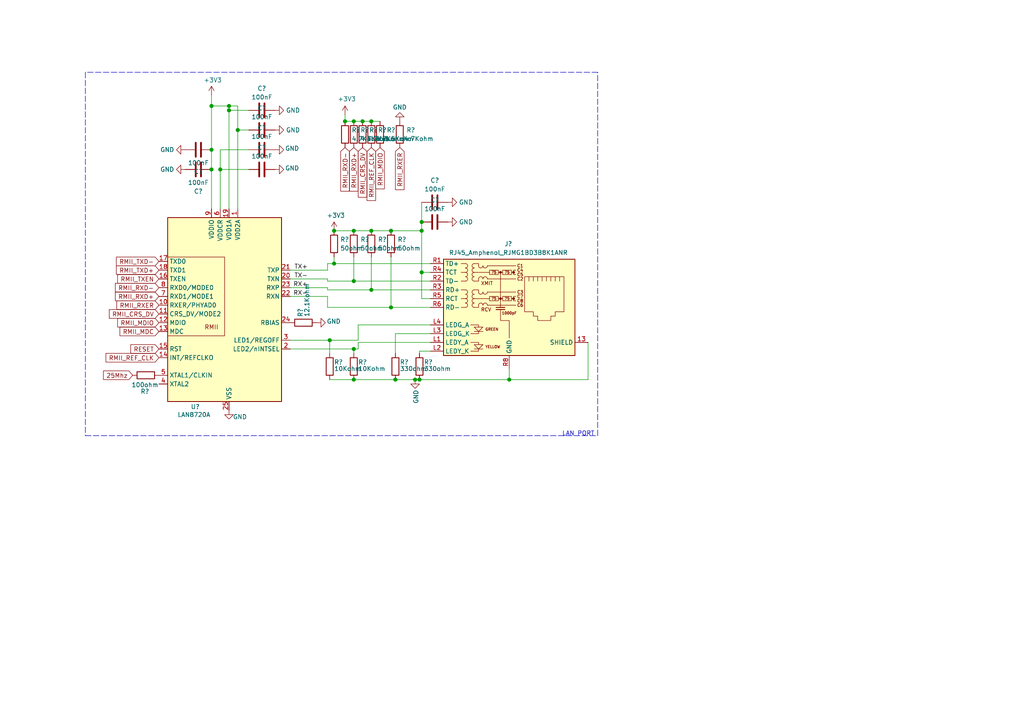
<source format=kicad_sch>
(kicad_sch (version 20210126) (generator eeschema)
  (paper "A4")
  (lib_symbols
    (symbol "Connector:RJ45_Amphenol_RJMG1BD3B8K1ANR"
      (property "Reference" "J" (at 19.05 15.24 0))
      (property "Value" "RJ45_Amphenol_RJMG1BD3B8K1ANR" (at -19.05 15.24 0))
      (symbol "RJ45_Amphenol_RJMG1BD3B8K1ANR_0_0"
        (circle (center -2.54 2.54) (radius 0.254) (stroke (width 0.254)) (fill (type outline)))
        (circle (center -2.54 10.16) (radius 0.254) (stroke (width 0.254)) (fill (type outline)))
        (circle (center 1.27 2.54) (radius 0.254) (stroke (width 0.254)) (fill (type outline)))
        (circle (center 1.27 10.16) (radius 0.254) (stroke (width 0.254)) (fill (type outline)))
        (text "1000pF" (at 0 -1.651 0) (effects (font (size 0.762 0.762))))
        (text "75" (at -4.445 2.54 0) (effects (font (size 0.762 0.762))))
        (text "75" (at -4.445 10.16 0) (effects (font (size 0.762 0.762))))
        (text "75" (at -0.635 2.54 0) (effects (font (size 0.762 0.762))))
        (text "75" (at -0.635 10.16 0) (effects (font (size 0.762 0.762))))
        (text "C1" (at 3.175 12.065 0) (effects (font (size 0.889 0.889))))
        (text "C2" (at 3.175 8.255 0) (effects (font (size 0.889 0.889))))
        (text "C3" (at 3.175 4.445 0) (effects (font (size 0.889 0.889))))
        (text "C4" (at 3.175 10.795 0) (effects (font (size 0.889 0.889))))
        (text "C5" (at 3.175 9.525 0) (effects (font (size 0.889 0.889))))
        (text "C6" (at 3.175 0.635 0) (effects (font (size 0.889 0.889))))
        (text "C7" (at 3.175 3.175 0) (effects (font (size 0.889 0.889))))
        (text "C8" (at 3.175 1.905 0) (effects (font (size 0.889 0.889))))
        (text "GREEN" (at -6.985 -6.35 0) (effects (font (size 0.762 0.762)) (justify left)))
        (text "RCV" (at -8.255 -0.635 0) (effects (font (size 1.016 1.016)) (justify left)))
        (text "XMIT" (at -8.255 6.985 0) (effects (font (size 1.016 1.016)) (justify left)))
        (text "YELLOW" (at -6.985 -11.43 0) (effects (font (size 0.762 0.762)) (justify left)))
        (polyline (pts (xy -7.62 -12.065) (xy -10.16 -12.065)))
        (polyline (pts (xy -7.62 -6.985) (xy -10.16 -6.985)))
        (polyline (pts (xy -2.54 10.16) (xy -2.54 0)))
        (polyline (pts (xy -1.27 -0.635) (xy -3.81 -0.635)) (stroke (width 0.254)))
        (polyline (pts (xy -1.27 0) (xy -3.81 0)) (stroke (width 0.254)))
        (polyline (pts (xy 1.27 2.54) (xy 0.635 2.54)))
        (polyline (pts (xy 1.27 10.16) (xy 0.635 10.16)))
        (polyline (pts (xy -11.176 -12.7) (xy -8.89 -12.7) (xy -8.89 -12.065)))
        (polyline (pts (xy -11.176 -10.16) (xy -8.89 -10.16) (xy -8.89 -10.795)))
        (polyline (pts (xy -11.176 -5.08) (xy -8.89 -5.08) (xy -8.89 -5.715)))
        (polyline (pts (xy -8.89 -6.985) (xy -8.89 -7.62) (xy -11.176 -7.62)))
        (polyline (pts (xy -10.16 -5.715) (xy -7.62 -5.715) (xy -8.89 -6.985) (xy -10.16 -5.715)))
        (polyline (pts (xy -7.62 -10.795) (xy -10.16 -10.795) (xy -8.89 -12.065) (xy -7.62 -10.795)))
        (polyline (pts (xy -2.54 -0.635) (xy -2.54 -3.81) (xy 0 -3.81) (xy 0 -8.89)))
        (polyline (pts (xy 1.905 3.175) (xy 1.27 3.175) (xy 1.27 1.905) (xy 1.905 1.905)))
        (polyline (pts (xy 1.905 10.795) (xy 1.27 10.795) (xy 1.27 9.525) (xy 1.905 9.525)))
      )
      (symbol "RJ45_Amphenol_RJMG1BD3B8K1ANR_0_1"
        (arc (start -12.7 0) (end -12.7 1.27) (radius (at -12.7 0.635) (length 0.635) (angles -89.9 89.9)))
        (arc (start -12.7 1.27) (end -12.7 2.54) (radius (at -12.7 1.905) (length 0.635) (angles -89.9 89.9)))
        (arc (start -12.7 2.54) (end -12.7 3.81) (radius (at -12.7 3.175) (length 0.635) (angles -89.9 89.9)))
        (arc (start -12.7 3.81) (end -12.7 5.08) (radius (at -12.7 4.445) (length 0.635) (angles -89.9 89.9)))
        (arc (start -12.7 7.62) (end -12.7 8.89) (radius (at -12.7 8.255) (length 0.635) (angles -89.9 89.9)))
        (arc (start -12.7 8.89) (end -12.7 10.16) (radius (at -12.7 9.525) (length 0.635) (angles -89.9 89.9)))
        (arc (start -12.7 10.16) (end -12.7 11.43) (radius (at -12.7 10.795) (length 0.635) (angles -89.9 89.9)))
        (arc (start -12.7 11.43) (end -12.7 12.7) (radius (at -12.7 12.065) (length 0.635) (angles -89.9 89.9)))
        (arc (start -10.16 1.27) (end -10.16 0) (radius (at -10.16 0.635) (length 0.635) (angles 90.1 -90.1)))
        (arc (start -10.16 2.54) (end -10.16 1.27) (radius (at -10.16 1.905) (length 0.635) (angles 90.1 -90.1)))
        (arc (start -10.16 3.81) (end -10.16 2.54) (radius (at -10.16 3.175) (length 0.635) (angles 90.1 -90.1)))
        (arc (start -10.16 5.08) (end -10.16 3.81) (radius (at -10.16 4.445) (length 0.635) (angles 90.1 -90.1)))
        (arc (start -10.16 8.89) (end -10.16 7.62) (radius (at -10.16 8.255) (length 0.635) (angles 90.1 -90.1)))
        (arc (start -10.16 10.16) (end -10.16 8.89) (radius (at -10.16 9.525) (length 0.635) (angles 90.1 -90.1)))
        (arc (start -10.16 11.43) (end -10.16 10.16) (radius (at -10.16 10.795) (length 0.635) (angles 90.1 -90.1)))
        (arc (start -10.16 12.7) (end -10.16 11.43) (radius (at -10.16 12.065) (length 0.635) (angles 90.1 -90.1)))
        (arc (start -7.62 0.635) (end -8.89 0.635) (radius (at -8.255 0.635) (length 0.635) (angles 0.1 179.9)))
        (arc (start -8.89 4.445) (end -7.62 4.445) (radius (at -8.255 4.445) (length 0.635) (angles -179.9 -0.1)))
        (arc (start -7.62 8.255) (end -8.89 8.255) (radius (at -8.255 8.255) (length 0.635) (angles 0.1 179.9)))
        (arc (start -8.89 12.065) (end -7.62 12.065) (radius (at -8.255 12.065) (length 0.635) (angles -179.9 -0.1)))
        (arc (start -6.35 0.635) (end -7.62 0.635) (radius (at -6.985 0.635) (length 0.635) (angles 0.1 179.9)))
        (arc (start -7.62 4.445) (end -6.35 4.445) (radius (at -6.985 4.445) (length 0.635) (angles -179.9 -0.1)))
        (arc (start -6.35 8.255) (end -7.62 8.255) (radius (at -6.985 8.255) (length 0.635) (angles 0.1 179.9)))
        (arc (start -7.62 12.065) (end -6.35 12.065) (radius (at -6.985 12.065) (length 0.635) (angles -179.9 -0.1)))
        (rectangle (start -19.05 -13.97) (end 19.05 13.97) (stroke (width 0.254)) (fill (type background)))
        (rectangle (start -5.715 3.175) (end -3.175 1.905))
        (rectangle (start -5.715 10.795) (end -3.175 9.525))
        (rectangle (start -1.905 3.175) (end 0.635 1.905))
        (rectangle (start -1.905 10.795) (end 0.635 9.525))
        (polyline (pts (xy -12.7 0) (xy -13.97 0)))
        (polyline (pts (xy -12.7 2.54) (xy -13.97 2.54)))
        (polyline (pts (xy -12.7 5.08) (xy -13.97 5.08)))
        (polyline (pts (xy -12.7 7.62) (xy -13.97 7.62)))
        (polyline (pts (xy -12.7 10.16) (xy -13.97 10.16)))
        (polyline (pts (xy -12.7 12.7) (xy -13.97 12.7)))
        (polyline (pts (xy -6.35 0.635) (xy 1.905 0.635)))
        (polyline (pts (xy -6.35 4.445) (xy 1.905 4.445)))
        (polyline (pts (xy -6.35 8.255) (xy 1.905 8.255)))
        (polyline (pts (xy -6.35 12.065) (xy 1.905 12.065)))
        (polyline (pts (xy -5.715 2.54) (xy -10.16 2.54)))
        (polyline (pts (xy -5.715 10.16) (xy -10.16 10.16)))
        (polyline (pts (xy -3.175 2.54) (xy -1.905 2.54)))
        (polyline (pts (xy -3.175 10.16) (xy -1.905 10.16)))
        (polyline (pts (xy 5.715 7.62) (xy 5.715 8.89)))
        (polyline (pts (xy 6.985 8.89) (xy 6.985 7.62)))
        (polyline (pts (xy 8.255 8.89) (xy 8.255 7.62)))
        (polyline (pts (xy 9.525 8.89) (xy 9.525 7.62)))
        (polyline (pts (xy 10.795 8.89) (xy 10.795 7.62)))
        (polyline (pts (xy 12.065 8.89) (xy 12.065 7.62)))
        (polyline (pts (xy 13.335 7.62) (xy 13.335 8.89)))
        (polyline (pts (xy 14.605 7.62) (xy 14.605 8.89)))
        (polyline (pts (xy -10.16 5.08) (xy -8.89 5.08) (xy -8.89 4.445)))
        (polyline (pts (xy -10.16 12.7) (xy -8.89 12.7) (xy -8.89 12.065)))
        (polyline (pts (xy -8.89 0.635) (xy -8.89 0) (xy -10.16 0)))
        (polyline (pts (xy -8.89 8.255) (xy -8.89 7.62) (xy -10.16 7.62)))
        (polyline (pts (xy 4.445 8.89) (xy 15.875 8.89) (xy 15.875 -1.27) (xy 13.335 -1.27) (xy 13.335 -2.54) (xy 12.065 -2.54) (xy 12.065 -3.81) (xy 8.255 -3.81) (xy 8.255 -2.54) (xy 6.985 -2.54) (xy 6.985 -1.27) (xy 4.445 -1.27) (xy 4.445 8.89)))
      )
      (symbol "RJ45_Amphenol_RJMG1BD3B8K1ANR_1_1"
        (pin passive line (at 22.86 -10.16 180) (length 3.81) (name "SHIELD") (number "13"))
        (pin passive line (at -22.86 -10.16 0) (length 3.81) (name "LEDY_A") (number "L1"))
        (pin passive line (at -22.86 -12.7 0) (length 3.81) (name "LEDY_K") (number "L2"))
        (pin passive line (at -22.86 -7.62 0) (length 3.81) (name "LEDG_K") (number "L3"))
        (pin passive line (at -22.86 -5.08 0) (length 3.81) (name "LEDG_A") (number "L4"))
        (pin passive line (at -22.86 12.7 0) (length 3.81) (name "TD+") (number "R1"))
        (pin passive line (at -22.86 7.62 0) (length 3.81) (name "TD-") (number "R2"))
        (pin passive line (at -22.86 5.08 0) (length 3.81) (name "RD+") (number "R3"))
        (pin passive line (at -22.86 10.16 0) (length 3.81) (name "TCT") (number "R4"))
        (pin passive line (at -22.86 2.54 0) (length 3.81) (name "RCT") (number "R5"))
        (pin passive line (at -22.86 0 0) (length 3.81) (name "RD-") (number "R6"))
        (pin no_connect line (at 5.08 -5.08 0) (length 0) hide (name "NC") (number "R7"))
        (pin power_in line (at 0 -17.78 90) (length 3.81) (name "GND") (number "R8"))
      )
    )
    (symbol "Device:C" (pin_numbers hide) (pin_names (offset 0.254))
      (property "Reference" "C" (at 0.635 2.54 0))
      (property "Value" "C" (at 0.635 -2.54 0))
      (symbol "C_0_1"
        (polyline (pts (xy -2.032 -0.762) (xy 2.032 -0.762)) (stroke (width 0.508)))
        (polyline (pts (xy -2.032 0.762) (xy 2.032 0.762)) (stroke (width 0.508)))
      )
      (symbol "C_1_1"
        (pin passive line (at 0 3.81 270) (length 2.794) (name "~") (number "1"))
        (pin passive line (at 0 -3.81 90) (length 2.794) (name "~") (number "2"))
      )
    )
    (symbol "Device:R" (pin_numbers hide) (pin_names (offset 0))
      (property "Reference" "R" (at 2.032 0 90))
      (property "Value" "R" (at 0 0 90))
      (symbol "R_0_1"
        (rectangle (start -1.016 -2.54) (end 1.016 2.54) (stroke (width 0.254)))
      )
      (symbol "R_1_1"
        (pin passive line (at 0 3.81 270) (length 1.27) (name "~") (number "1"))
        (pin passive line (at 0 -3.81 90) (length 1.27) (name "~") (number "2"))
      )
    )
    (symbol "Interface_Ethernet:LAN8720A"
      (property "Reference" "U" (at -13.97 29.21 0))
      (property "Value" "LAN8720A" (at 15.24 29.21 0))
      (symbol "LAN8720A_0_0"
        (text "RMII" (at -5.08 -3.81 0) (effects (font (size 1.27 1.27))))
      )
      (symbol "LAN8720A_0_1"
        (rectangle (start -17.78 27.94) (end 15.24 -25.4) (stroke (width 0.254)) (fill (type background)))
        (polyline (pts (xy -17.78 -6.35) (xy -1.27 -6.35) (xy -1.27 16.51) (xy -17.78 16.51)))
      )
      (symbol "LAN8720A_1_1"
        (pin power_in line (at 2.54 30.48 270) (length 2.54) (name "VDD2A") (number "1"))
        (pin output line (at -20.32 2.54 0) (length 2.54) (name "RXER/PHYAD0") (number "10"))
        (pin output line (at -20.32 0 0) (length 2.54) (name "CRS_DV/MODE2") (number "11"))
        (pin bidirectional line (at -20.32 -2.54 0) (length 2.54) (name "MDIO") (number "12"))
        (pin input line (at -20.32 -5.08 0) (length 2.54) (name "MDC") (number "13"))
        (pin output line (at -20.32 -12.7 0) (length 2.54) (name "INT/REFCLKO") (number "14"))
        (pin input line (at -20.32 -10.16 0) (length 2.54) (name "RST") (number "15"))
        (pin input line (at -20.32 10.16 0) (length 2.54) (name "TXEN") (number "16"))
        (pin input line (at -20.32 15.24 0) (length 2.54) (name "TXD0") (number "17"))
        (pin input line (at -20.32 12.7 0) (length 2.54) (name "TXD1") (number "18"))
        (pin power_in line (at 0 30.48 270) (length 2.54) (name "VDD1A") (number "19"))
        (pin bidirectional line (at 17.78 -10.16 180) (length 2.54) (name "LED2/nINTSEL") (number "2"))
        (pin output line (at 17.78 10.16 180) (length 2.54) (name "TXN") (number "20"))
        (pin output line (at 17.78 12.7 180) (length 2.54) (name "TXP") (number "21"))
        (pin output line (at 17.78 5.08 180) (length 2.54) (name "RXN") (number "22"))
        (pin output line (at 17.78 7.62 180) (length 2.54) (name "RXP") (number "23"))
        (pin input line (at 17.78 -2.54 180) (length 2.54) (name "RBIAS") (number "24"))
        (pin power_in line (at 0 -27.94 90) (length 2.54) (name "VSS") (number "25"))
        (pin bidirectional line (at 17.78 -7.62 180) (length 2.54) (name "LED1/REGOFF") (number "3"))
        (pin passive line (at -20.32 -20.32 0) (length 2.54) (name "XTAL2") (number "4"))
        (pin passive line (at -20.32 -17.78 0) (length 2.54) (name "XTAL1/CLKIN") (number "5"))
        (pin power_in line (at -2.54 30.48 270) (length 2.54) (name "VDDCR") (number "6"))
        (pin output line (at -20.32 5.08 0) (length 2.54) (name "RXD1/MODE1") (number "7"))
        (pin output line (at -20.32 7.62 0) (length 2.54) (name "RXD0/MODE0") (number "8"))
        (pin power_in line (at -5.08 30.48 270) (length 2.54) (name "VDDIO") (number "9"))
      )
    )
    (symbol "power:+3V3" (power) (pin_names (offset 0))
      (property "Value" "+3V3" (at 0 3.556 0))
      (symbol "+3V3_0_1"
        (polyline (pts (xy -0.762 1.27) (xy 0 2.54)))
        (polyline (pts (xy 0 0) (xy 0 2.54)))
        (polyline (pts (xy 0 2.54) (xy 0.762 1.27)))
      )
      (symbol "+3V3_1_1"
        (pin power_in line (at 0 0 90) (length 0) hide (name "+3V3") (number "1"))
      )
    )
    (symbol "power:GND" (power) (pin_names (offset 0))
      (property "Value" "GND" (at 0 -3.81 0))
      (symbol "GND_0_1"
        (polyline (pts (xy 0 0) (xy 0 -1.27) (xy 1.27 -1.27) (xy 0 -2.54) (xy -1.27 -1.27) (xy 0 -1.27)))
      )
      (symbol "GND_1_1"
        (pin power_in line (at 0 0 270) (length 0) hide (name "GND") (number "1"))
      )
    )
  )
  (junction (at 61.341 30.734) (diameter 1.016))
  (junction (at 61.341 43.434) (diameter 1.016))
  (junction (at 61.341 49.149) (diameter 1.016))
  (junction (at 63.881 49.149) (diameter 1.016))
  (junction (at 66.421 30.734) (diameter 1.016))
  (junction (at 66.421 32.004) (diameter 1.016))
  (junction (at 68.961 37.719) (diameter 1.016))
  (junction (at 95.631 98.679) (diameter 1.016))
  (junction (at 96.901 66.929) (diameter 1.016))
  (junction (at 96.901 76.454) (diameter 1.016))
  (junction (at 100.076 35.179) (diameter 1.016))
  (junction (at 102.616 35.179) (diameter 1.016))
  (junction (at 102.616 66.929) (diameter 1.016))
  (junction (at 102.616 81.534) (diameter 1.016))
  (junction (at 102.616 101.219) (diameter 1.016))
  (junction (at 102.616 110.109) (diameter 1.016))
  (junction (at 105.156 35.179) (diameter 1.016))
  (junction (at 107.696 35.179) (diameter 1.016))
  (junction (at 107.696 66.929) (diameter 1.016))
  (junction (at 107.696 84.074) (diameter 1.016))
  (junction (at 113.411 66.929) (diameter 1.016))
  (junction (at 113.411 89.154) (diameter 1.016))
  (junction (at 114.681 110.109) (diameter 1.016))
  (junction (at 120.396 110.109) (diameter 1.016))
  (junction (at 121.666 110.109) (diameter 1.016))
  (junction (at 122.301 64.389) (diameter 1.016))
  (junction (at 122.301 66.929) (diameter 1.016))
  (junction (at 122.301 78.994) (diameter 1.016))
  (junction (at 147.701 110.109) (diameter 1.016))
  (wire (pts (xy 61.341 27.559) (xy 61.341 30.734)))
  (wire (pts (xy 61.341 30.734) (xy 61.341 43.434)))
  (wire (pts (xy 61.341 43.434) (xy 61.341 49.149)))
  (wire (pts (xy 61.341 49.149) (xy 61.341 60.579)))
  (wire (pts (xy 63.881 43.434) (xy 72.136 43.434)))
  (wire (pts (xy 63.881 49.149) (xy 63.881 43.434)))
  (wire (pts (xy 63.881 49.149) (xy 72.136 49.149)))
  (wire (pts (xy 63.881 60.579) (xy 63.881 49.149)))
  (wire (pts (xy 66.421 30.734) (xy 61.341 30.734)))
  (wire (pts (xy 66.421 30.734) (xy 68.961 30.734)))
  (wire (pts (xy 66.421 32.004) (xy 66.421 30.734)))
  (wire (pts (xy 66.421 32.004) (xy 66.421 60.579)))
  (wire (pts (xy 66.421 32.004) (xy 72.136 32.004)))
  (wire (pts (xy 68.961 30.734) (xy 68.961 37.719)))
  (wire (pts (xy 68.961 37.719) (xy 68.961 60.579)))
  (wire (pts (xy 68.961 37.719) (xy 72.136 37.719)))
  (wire (pts (xy 84.201 78.359) (xy 94.996 78.359)))
  (wire (pts (xy 84.201 83.439) (xy 94.996 83.439)))
  (wire (pts (xy 84.201 98.679) (xy 95.631 98.679)))
  (wire (pts (xy 84.201 101.219) (xy 102.616 101.219)))
  (wire (pts (xy 94.996 76.454) (xy 96.901 76.454)))
  (wire (pts (xy 94.996 78.359) (xy 94.996 76.454)))
  (wire (pts (xy 94.996 80.899) (xy 84.201 80.899)))
  (wire (pts (xy 94.996 81.534) (xy 94.996 80.899)))
  (wire (pts (xy 94.996 83.439) (xy 94.996 84.074)))
  (wire (pts (xy 94.996 84.074) (xy 107.696 84.074)))
  (wire (pts (xy 94.996 85.979) (xy 84.201 85.979)))
  (wire (pts (xy 94.996 89.154) (xy 94.996 85.979)))
  (wire (pts (xy 95.631 98.679) (xy 95.631 102.489)))
  (wire (pts (xy 95.631 98.679) (xy 103.886 98.679)))
  (wire (pts (xy 95.631 110.109) (xy 102.616 110.109)))
  (wire (pts (xy 96.901 66.929) (xy 102.616 66.929)))
  (wire (pts (xy 96.901 74.549) (xy 96.901 76.454)))
  (wire (pts (xy 96.901 76.454) (xy 124.841 76.454)))
  (wire (pts (xy 100.076 35.179) (xy 100.076 33.274)))
  (wire (pts (xy 102.616 35.179) (xy 100.076 35.179)))
  (wire (pts (xy 102.616 66.929) (xy 107.696 66.929)))
  (wire (pts (xy 102.616 74.549) (xy 102.616 81.534)))
  (wire (pts (xy 102.616 81.534) (xy 94.996 81.534)))
  (wire (pts (xy 102.616 81.534) (xy 124.841 81.534)))
  (wire (pts (xy 102.616 101.219) (xy 102.616 102.489)))
  (wire (pts (xy 102.616 110.109) (xy 114.681 110.109)))
  (wire (pts (xy 103.886 94.234) (xy 124.841 94.234)))
  (wire (pts (xy 103.886 98.679) (xy 103.886 94.234)))
  (wire (pts (xy 103.886 99.314) (xy 103.886 101.219)))
  (wire (pts (xy 103.886 99.314) (xy 124.841 99.314)))
  (wire (pts (xy 103.886 101.219) (xy 102.616 101.219)))
  (wire (pts (xy 105.156 35.179) (xy 102.616 35.179)))
  (wire (pts (xy 105.156 35.179) (xy 107.696 35.179)))
  (wire (pts (xy 107.696 35.179) (xy 110.236 35.179)))
  (wire (pts (xy 107.696 66.929) (xy 113.411 66.929)))
  (wire (pts (xy 107.696 74.549) (xy 107.696 84.074)))
  (wire (pts (xy 107.696 84.074) (xy 124.841 84.074)))
  (wire (pts (xy 113.411 66.929) (xy 122.301 66.929)))
  (wire (pts (xy 113.411 74.549) (xy 113.411 89.154)))
  (wire (pts (xy 113.411 89.154) (xy 94.996 89.154)))
  (wire (pts (xy 113.411 89.154) (xy 124.841 89.154)))
  (wire (pts (xy 114.681 96.774) (xy 114.681 102.489)))
  (wire (pts (xy 114.681 96.774) (xy 124.841 96.774)))
  (wire (pts (xy 120.396 110.109) (xy 114.681 110.109)))
  (wire (pts (xy 121.666 101.854) (xy 124.841 101.854)))
  (wire (pts (xy 121.666 102.489) (xy 121.666 101.854)))
  (wire (pts (xy 121.666 110.109) (xy 120.396 110.109)))
  (wire (pts (xy 122.301 58.674) (xy 122.301 64.389)))
  (wire (pts (xy 122.301 64.389) (xy 122.301 66.929)))
  (wire (pts (xy 122.301 66.929) (xy 122.301 78.994)))
  (wire (pts (xy 122.301 78.994) (xy 124.841 78.994)))
  (wire (pts (xy 122.301 86.614) (xy 122.301 78.994)))
  (wire (pts (xy 122.301 86.614) (xy 124.841 86.614)))
  (wire (pts (xy 147.701 106.934) (xy 147.701 110.109)))
  (wire (pts (xy 147.701 110.109) (xy 121.666 110.109)))
  (wire (pts (xy 170.561 99.314) (xy 170.561 110.109)))
  (wire (pts (xy 170.561 110.109) (xy 147.701 110.109)))
  (polyline (pts (xy 24.765 20.955) (xy 24.765 126.365)) (stroke (width 0) (type dash)))
  (polyline (pts (xy 24.765 126.365) (xy 173.355 126.365)) (stroke (width 0) (type dash)))
  (polyline (pts (xy 173.355 20.955) (xy 24.765 20.955)) (stroke (width 0) (type dash)))
  (polyline (pts (xy 173.355 126.365) (xy 173.355 20.955)) (stroke (width 0) (type dash)))
  (text "LAN PORT" (at 172.466 126.619 180) (effects (font (size 1.27 1.27)) (justify right bottom)))
  (label "TX+" (at 89.281 78.359 180))
  (label "TX-" (at 89.281 80.899 180))
  (label "RX+" (at 89.281 83.439 180))
  (label "RX-" (at 89.281 85.979 180))
  (global_label "25Mhz" (shape input) (at 38.481 108.839 180) (property "Intersheet References" "${INTERSHEET_REFS}" (effects hide)))
  (global_label "RMII_TXD-" (shape input) (at 46.101 75.819 180) (property "Intersheet References" "${INTERSHEET_REFS}" (effects hide)))
  (global_label "RMII_TXD+" (shape input) (at 46.101 78.359 180) (property "Intersheet References" "${INTERSHEET_REFS}" (effects hide)))
  (global_label "RMII_TXEN" (shape input) (at 46.101 80.899 180) (property "Intersheet References" "${INTERSHEET_REFS}" (effects hide)))
  (global_label "RMII_RXD-" (shape input) (at 46.101 83.439 180) (property "Intersheet References" "${INTERSHEET_REFS}" (effects hide)))
  (global_label "RMII_RXD+" (shape input) (at 46.101 85.979 180) (property "Intersheet References" "${INTERSHEET_REFS}" (effects hide)))
  (global_label "RMII_RXER" (shape input) (at 46.101 88.519 180) (property "Intersheet References" "${INTERSHEET_REFS}" (effects hide)))
  (global_label "RMII_CRS_DV" (shape input) (at 46.101 91.059 180) (property "Intersheet References" "${INTERSHEET_REFS}" (effects hide)))
  (global_label "RMII_MDIO" (shape input) (at 46.101 93.599 180) (property "Intersheet References" "${INTERSHEET_REFS}" (effects hide)))
  (global_label "RMII_MDC" (shape input) (at 46.101 96.139 180) (property "Intersheet References" "${INTERSHEET_REFS}" (effects hide)))
  (global_label "RESET" (shape input) (at 46.101 101.219 180) (property "Intersheet References" "${INTERSHEET_REFS}" (effects hide)))
  (global_label "RMII_REF_CLK" (shape input) (at 46.101 103.759 180) (property "Intersheet References" "${INTERSHEET_REFS}" (effects hide)))
  (global_label "RMII_RXD-" (shape input) (at 100.076 42.799 270) (property "Intersheet References" "${INTERSHEET_REFS}" (effects hide)))
  (global_label "RMII_RXD+" (shape input) (at 102.616 42.799 270) (property "Intersheet References" "${INTERSHEET_REFS}" (effects hide)))
  (global_label "RMII_CRS_DV" (shape input) (at 105.156 42.799 270) (property "Intersheet References" "${INTERSHEET_REFS}" (effects hide)))
  (global_label "RMII_REF_CLK" (shape input) (at 107.696 42.799 270) (property "Intersheet References" "${INTERSHEET_REFS}" (effects hide)))
  (global_label "RMII_MDIO" (shape input) (at 110.236 42.799 270) (property "Intersheet References" "${INTERSHEET_REFS}" (effects hide)))
  (global_label "RMII_RXER" (shape input) (at 115.951 42.799 270) (property "Intersheet References" "${INTERSHEET_REFS}" (effects hide)))
  (symbol (lib_id "power:+3V3") (at 61.341 27.559 0) (unit 1)
    (property "Reference" "#PWR?" (effects hide))
    (property "Value" "+3V3" (at 61.7093 23.2346 0))
  )
  (symbol (lib_id "power:+3V3") (at 96.901 66.929 0) (unit 1)
    (property "Reference" "#PWR?" (effects hide))
    (property "Value" "+3V3" (at 97.409 62.484 0))
  )
  (symbol (lib_id "power:+3V3") (at 100.076 33.274 0) (unit 1)
    (property "Reference" "#PWR?" (effects hide))
    (property "Value" "+3V3" (at 100.584 28.702 0))
  )
  (symbol (lib_id "power:GND") (at 53.721 43.434 270) (unit 1)
    (property "Reference" "#PWR?" (effects hide))
    (property "Value" "GND" (at 50.546 43.434 90) (effects (justify right)))
  )
  (symbol (lib_id "power:GND") (at 53.721 49.149 270) (unit 1)
    (property "Reference" "#PWR?" (effects hide))
    (property "Value" "GND" (at 50.546 49.149 90) (effects (justify right)))
  )
  (symbol (lib_id "power:GND") (at 66.421 118.999 0) (unit 1)
    (property "Reference" "#PWR?" (effects hide))
    (property "Value" "GND" (at 69.596 120.904 0))
  )
  (symbol (lib_id "power:GND") (at 79.756 32.004 90) (unit 1)
    (property "Reference" "#PWR?" (effects hide))
    (property "Value" "GND" (at 82.931 32.004 90) (effects (justify right)))
  )
  (symbol (lib_id "power:GND") (at 79.756 37.719 90) (unit 1)
    (property "Reference" "#PWR?" (effects hide))
    (property "Value" "GND" (at 82.931 37.719 90) (effects (justify right)))
  )
  (symbol (lib_id "power:GND") (at 79.756 43.434 90) (unit 1)
    (property "Reference" "#PWR?" (effects hide))
    (property "Value" "GND" (at 82.677 43.053 90) (effects (justify right)))
  )
  (symbol (lib_id "power:GND") (at 79.756 49.149 90) (unit 1)
    (property "Reference" "#PWR?" (effects hide))
    (property "Value" "GND" (at 82.677 48.768 90) (effects (justify right)))
  )
  (symbol (lib_id "power:GND") (at 91.821 93.599 90) (unit 1)
    (property "Reference" "#PWR?" (effects hide))
    (property "Value" "GND" (at 94.742 93.218 90) (effects (justify right)))
  )
  (symbol (lib_id "power:GND") (at 115.951 35.179 180) (unit 1)
    (property "Reference" "#PWR?" (effects hide))
    (property "Value" "GND" (at 115.951 31.115 0))
  )
  (symbol (lib_id "power:GND") (at 120.396 110.109 0) (unit 1)
    (property "Reference" "#PWR?" (effects hide))
    (property "Value" "GND" (at 120.65 113.03 90) (effects (justify right)))
  )
  (symbol (lib_id "power:GND") (at 129.921 58.674 90) (unit 1)
    (property "Reference" "#PWR?" (effects hide))
    (property "Value" "GND" (at 133.096 58.674 90) (effects (justify right)))
  )
  (symbol (lib_id "power:GND") (at 129.921 64.389 90) (unit 1)
    (property "Reference" "#PWR?" (effects hide))
    (property "Value" "GND" (at 133.096 64.389 90) (effects (justify right)))
  )
  (symbol (lib_id "Device:R") (at 42.291 108.839 90) (unit 1)
    (property "Reference" "R?" (at 42.037 113.538 90))
    (property "Value" "100ohm" (at 42.037 111.633 90))
    (property "Footprint" "Resistor_SMD:R_0805_2012Metric_Pad1.20x1.40mm_HandSolder" (effects hide))
  )
  (symbol (lib_id "Device:R") (at 88.011 93.599 90) (unit 1)
    (property "Reference" "R?" (at 87.122 91.948 0) (effects (justify left)))
    (property "Value" "12.1Kohm" (at 89.027 91.948 0) (effects (justify left)))
    (property "Footprint" "Resistor_SMD:R_0805_2012Metric_Pad1.20x1.40mm_HandSolder" (effects hide))
    (property "LCSC" "C103953" (effects hide))
    (property "Orderd" "100" (effects hide))
  )
  (symbol (lib_id "Device:R") (at 95.631 106.299 0) (unit 1)
    (property "Reference" "R?" (at 96.901 105.029 0) (effects (justify left)))
    (property "Value" "10Kohm" (at 96.901 106.934 0) (effects (justify left)))
    (property "Footprint" "Resistor_SMD:R_0805_2012Metric_Pad1.20x1.40mm_HandSolder" (effects hide))
  )
  (symbol (lib_id "Device:R") (at 96.901 70.739 0) (unit 1)
    (property "Reference" "R?" (at 98.679 69.469 0) (effects (justify left)))
    (property "Value" "50ohm" (at 98.679 72.009 0) (effects (justify left)))
    (property "Footprint" "Resistor_SMD:R_0805_2012Metric_Pad1.20x1.40mm_HandSolder" (effects hide))
    (property "LCSC" "C204544" (effects hide))
    (property "Orderd" "50" (effects hide))
  )
  (symbol (lib_id "Device:R") (at 100.076 38.989 0) (unit 1)
    (property "Reference" "R?" (at 101.981 37.719 0) (effects (justify left)))
    (property "Value" "4.7Kohm" (at 101.981 40.259 0) (effects (justify left)))
    (property "Footprint" "Resistor_SMD:R_0805_2012Metric_Pad1.20x1.40mm_HandSolder" (effects hide))
  )
  (symbol (lib_id "Device:R") (at 102.616 38.989 0) (unit 1)
    (property "Reference" "R?" (at 104.521 37.719 0) (effects (justify left)))
    (property "Value" "4.7Kohm" (at 104.521 40.259 0) (effects (justify left)))
    (property "Footprint" "Resistor_SMD:R_0805_2012Metric_Pad1.20x1.40mm_HandSolder" (effects hide))
  )
  (symbol (lib_id "Device:R") (at 102.616 70.739 0) (unit 1)
    (property "Reference" "R?" (at 104.521 69.469 0) (effects (justify left)))
    (property "Value" "50ohm" (at 104.521 72.009 0) (effects (justify left)))
    (property "Footprint" "Resistor_SMD:R_0805_2012Metric_Pad1.20x1.40mm_HandSolder" (effects hide))
    (property "LCSC" "C204544" (effects hide))
    (property "Orderd" "50" (effects hide))
  )
  (symbol (lib_id "Device:R") (at 102.616 106.299 0) (unit 1)
    (property "Reference" "R?" (at 103.886 105.029 0) (effects (justify left)))
    (property "Value" "10Kohm" (at 103.886 106.934 0) (effects (justify left)))
    (property "Footprint" "Resistor_SMD:R_0805_2012Metric_Pad1.20x1.40mm_HandSolder" (effects hide))
  )
  (symbol (lib_id "Device:R") (at 105.156 38.989 0) (unit 1)
    (property "Reference" "R?" (at 107.061 37.719 0) (effects (justify left)))
    (property "Value" "4.7Kohm" (at 106.426 40.259 0) (effects (justify left)))
    (property "Footprint" "Resistor_SMD:R_0805_2012Metric_Pad1.20x1.40mm_HandSolder" (effects hide))
  )
  (symbol (lib_id "Device:R") (at 107.696 38.989 0) (unit 1)
    (property "Reference" "R?" (at 109.601 37.719 0) (effects (justify left)))
    (property "Value" "4.7Kohm" (at 108.966 40.259 0) (effects (justify left)))
    (property "Footprint" "Resistor_SMD:R_0805_2012Metric_Pad1.20x1.40mm_HandSolder" (effects hide))
  )
  (symbol (lib_id "Device:R") (at 107.696 70.739 0) (unit 1)
    (property "Reference" "R?" (at 109.601 69.469 0) (effects (justify left)))
    (property "Value" "50ohm" (at 109.601 72.009 0) (effects (justify left)))
    (property "Footprint" "Resistor_SMD:R_0805_2012Metric_Pad1.20x1.40mm_HandSolder" (effects hide))
    (property "LCSC" "C204544" (effects hide))
    (property "Orderd" "50" (effects hide))
  )
  (symbol (lib_id "Device:R") (at 110.236 38.989 0) (unit 1)
    (property "Reference" "R?" (at 112.141 37.719 0) (effects (justify left)))
    (property "Value" "1.5Kohm" (at 111.506 40.259 0) (effects (justify left)))
    (property "Footprint" "Resistor_SMD:R_0805_2012Metric_Pad1.20x1.40mm_HandSolder" (effects hide))
  )
  (symbol (lib_id "Device:R") (at 113.411 70.739 0) (unit 1)
    (property "Reference" "R?" (at 115.316 69.469 0) (effects (justify left)))
    (property "Value" "50ohm" (at 115.316 72.009 0) (effects (justify left)))
    (property "Footprint" "Resistor_SMD:R_0805_2012Metric_Pad1.20x1.40mm_HandSolder" (effects hide))
    (property "LCSC" "C204544" (effects hide))
    (property "Orderd" "50" (effects hide))
  )
  (symbol (lib_id "Device:R") (at 114.681 106.299 0) (unit 1)
    (property "Reference" "R?" (at 115.951 105.029 0) (effects (justify left)))
    (property "Value" "330ohm" (at 115.951 106.934 0) (effects (justify left)))
    (property "Footprint" "Resistor_SMD:R_0805_2012Metric_Pad1.20x1.40mm_HandSolder" (effects hide))
  )
  (symbol (lib_id "Device:R") (at 115.951 38.989 0) (unit 1)
    (property "Reference" "R?" (at 117.856 37.719 0) (effects (justify left)))
    (property "Value" "4.7Kohm" (at 117.221 40.259 0) (effects (justify left)))
    (property "Footprint" "Resistor_SMD:R_0805_2012Metric_Pad1.20x1.40mm_HandSolder" (effects hide))
  )
  (symbol (lib_id "Device:R") (at 121.666 106.299 0) (unit 1)
    (property "Reference" "R?" (at 122.936 105.029 0) (effects (justify left)))
    (property "Value" "330ohm" (at 122.936 106.934 0) (effects (justify left)))
    (property "Footprint" "Resistor_SMD:R_0805_2012Metric_Pad1.20x1.40mm_HandSolder" (effects hide))
  )
  (symbol (lib_id "Device:C") (at 57.531 43.434 270) (unit 1)
    (property "Reference" "C?" (at 57.531 49.784 90))
    (property "Value" "100nF" (at 57.531 47.244 90))
    (property "Footprint" "Capacitor_SMD:C_0805_2012Metric_Pad1.18x1.45mm_HandSolder" (effects hide))
    (property "Orderd" "1000" (effects hide))
  )
  (symbol (lib_id "Device:C") (at 57.531 49.149 270) (unit 1)
    (property "Reference" "C?" (at 57.531 55.499 90))
    (property "Value" "100nF" (at 57.531 52.959 90))
    (property "Footprint" "Capacitor_SMD:C_0805_2012Metric_Pad1.18x1.45mm_HandSolder" (effects hide))
    (property "Orderd" "1000" (effects hide))
  )
  (symbol (lib_id "Device:C") (at 75.946 32.004 90) (unit 1)
    (property "Reference" "C?" (at 75.946 25.654 90))
    (property "Value" "100nF" (at 75.946 28.194 90))
    (property "Footprint" "Capacitor_SMD:C_0805_2012Metric_Pad1.18x1.45mm_HandSolder" (effects hide))
    (property "Orderd" "1000" (effects hide))
  )
  (symbol (lib_id "Device:C") (at 75.946 37.719 90) (unit 1)
    (property "Reference" "C?" (at 75.946 31.369 90))
    (property "Value" "100nF" (at 75.946 33.909 90))
    (property "Footprint" "Capacitor_SMD:C_0805_2012Metric_Pad1.18x1.45mm_HandSolder" (effects hide))
    (property "Orderd" "1000" (effects hide))
  )
  (symbol (lib_id "Device:C") (at 75.946 43.434 90) (unit 1)
    (property "Reference" "C?" (at 75.946 37.084 90))
    (property "Value" "100nF" (at 75.946 39.624 90))
    (property "Footprint" "Capacitor_SMD:C_0805_2012Metric_Pad1.18x1.45mm_HandSolder" (effects hide))
    (property "Orderd" "1000" (effects hide))
  )
  (symbol (lib_id "Device:C") (at 75.946 49.149 90) (unit 1)
    (property "Reference" "C?" (at 75.946 42.799 90))
    (property "Value" "100nF" (at 75.946 45.339 90))
    (property "Footprint" "Capacitor_SMD:C_0805_2012Metric_Pad1.18x1.45mm_HandSolder" (effects hide))
    (property "Orderd" "1000" (effects hide))
  )
  (symbol (lib_id "Device:C") (at 126.111 58.674 90) (unit 1)
    (property "Reference" "C?" (at 126.111 52.324 90))
    (property "Value" "100nF" (at 126.111 54.864 90))
    (property "Footprint" "Capacitor_SMD:C_0805_2012Metric_Pad1.18x1.45mm_HandSolder" (effects hide))
    (property "Orderd" "1000" (effects hide))
  )
  (symbol (lib_id "Device:C") (at 126.111 64.389 90) (unit 1)
    (property "Reference" "C?" (at 126.111 58.039 90))
    (property "Value" "100nF" (at 126.111 60.579 90))
    (property "Footprint" "Capacitor_SMD:C_0805_2012Metric_Pad1.18x1.45mm_HandSolder" (effects hide))
    (property "Orderd" "1000" (effects hide))
  )
  (symbol (lib_id "Connector:RJ45_Amphenol_RJMG1BD3B8K1ANR") (at 147.701 89.154 0) (unit 1)
    (property "Reference" "J?" (at 147.447 70.739 0))
    (property "Value" "RJ45_Amphenol_RJMG1BD3B8K1ANR" (at 147.447 73.279 0))
    (property "Footprint" "00_Custom_Kicad:HR913550A" (effects hide))
    (property "Datasheet" "https://www.amphenolcanada.com/ProductSearch/Drawings/AC/RJMG1BD3B8K1ANR.PDF" (effects hide))
    (property "LCSC" "C163507" (effects hide))
    (property "Orderd" "5" (effects hide))
  )
  (symbol (lib_id "Interface_Ethernet:LAN8720A") (at 66.421 91.059 0) (unit 1)
    (property "Reference" "U?" (at 56.642 117.983 0))
    (property "Value" "LAN8720A" (at 56.261 120.2881 0))
    (property "Footprint" "Package_DFN_QFN:QFN-24-1EP_4x4mm_P0.5mm_EP2.6x2.6mm" (effects hide))
    (property "Datasheet" "http://ww1.microchip.com/downloads/en/DeviceDoc/8720a.pdf" (effects hide))
    (property "LCSC" "C17146" (effects hide))
    (property "Orderd" "4 mouser/farnell" (effects hide))
  )
)
</source>
